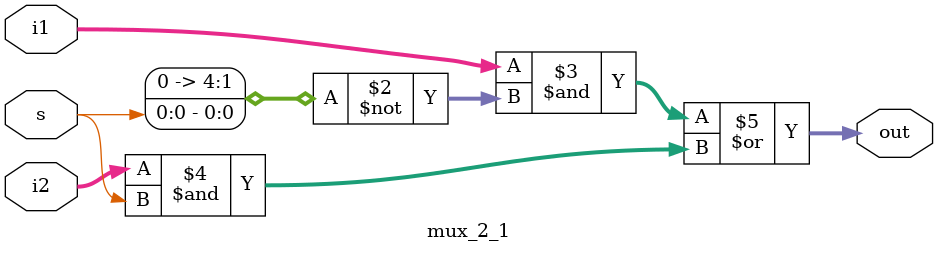
<source format=v>
`timescale 1ns / 1ps


module mux_2_1(input [4:0] i1, input [4:0] i2, input s, output [4:0] out);

assign out = (i1&(~s))| (i2&s);

endmodule
</source>
